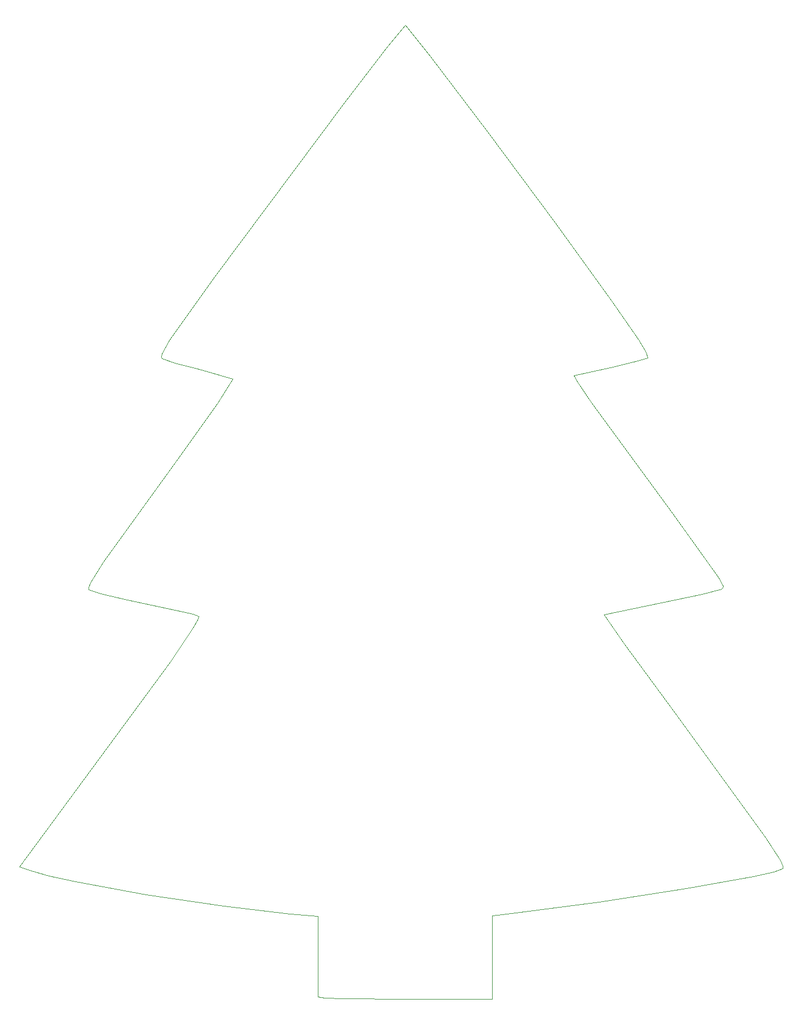
<source format=gm1>
G04 #@! TF.FileFunction,Profile,NP*
%FSLAX46Y46*%
G04 Gerber Fmt 4.6, Leading zero omitted, Abs format (unit mm)*
G04 Created by KiCad (PCBNEW 4.0.7) date Sunday, November 19, 2023 'AMt' 11:29:43 AM*
%MOMM*%
%LPD*%
G01*
G04 APERTURE LIST*
%ADD10C,0.020000*%
%ADD11C,0.100000*%
G04 APERTURE END LIST*
D10*
D11*
X135398686Y-163239989D02*
X135398686Y-163239989D01*
X136403453Y-163385880D02*
X135398686Y-163239989D01*
X139183017Y-163505359D02*
X136403453Y-163385880D01*
X148364761Y-163615741D02*
X139183017Y-163505359D01*
X161390024Y-163615741D02*
X148364761Y-163615741D01*
X161390024Y-157384232D02*
X161390024Y-163615741D01*
X161390024Y-151152707D02*
X161390024Y-157384232D01*
X163519203Y-150900147D02*
X161390024Y-151152707D01*
X177269411Y-149090056D02*
X163519203Y-150900147D01*
X190349526Y-147079379D02*
X177269411Y-149090056D01*
X200300911Y-145275340D02*
X190349526Y-147079379D01*
X203335005Y-144578067D02*
X200300911Y-145275340D01*
X204664928Y-144085164D02*
X203335005Y-144578067D01*
X204709578Y-143723434D02*
X204664928Y-144085164D01*
X204375192Y-142936554D02*
X204709578Y-143723434D01*
X202155927Y-139490849D02*
X204375192Y-142936554D01*
X188621673Y-120936151D02*
X202155927Y-139490849D01*
X181068414Y-110634382D02*
X188621673Y-120936151D01*
X178017478Y-106282119D02*
X181068414Y-110634382D01*
X186554963Y-104492080D02*
X178017478Y-106282119D01*
X192645617Y-103204019D02*
X186554963Y-104492080D01*
X195518294Y-102458495D02*
X192645617Y-103204019D01*
X195724720Y-102305481D02*
X195518294Y-102458495D01*
X195787080Y-102064746D02*
X195724720Y-102305481D01*
X195130376Y-100780586D02*
X195787080Y-102064746D01*
X188246653Y-91224822D02*
X195130376Y-100780586D01*
X176185654Y-74662357D02*
X188246653Y-91224822D01*
X174025426Y-71553441D02*
X176185654Y-74662357D01*
X173547189Y-70634637D02*
X174025426Y-71553441D01*
X178962410Y-69388192D02*
X173547189Y-70634637D01*
X182767057Y-68534441D02*
X178962410Y-69388192D01*
X184581359Y-67960798D02*
X182767057Y-68534441D01*
X184277574Y-67172335D02*
X184581359Y-67960798D01*
X183157059Y-65302135D02*
X184277574Y-67172335D01*
X179175399Y-59435466D02*
X183157059Y-65302135D01*
X170741281Y-47835564D02*
X179175399Y-59435466D01*
X160670480Y-34281884D02*
X170741281Y-47835564D01*
X152151642Y-23029377D02*
X160670480Y-34281884D01*
X148373413Y-18332997D02*
X152151642Y-23029377D01*
X145737473Y-21495781D02*
X148373413Y-18332997D01*
X139299854Y-29897154D02*
X145737473Y-21495781D01*
X119954130Y-55893779D02*
X139299854Y-29897154D01*
X113199395Y-65385245D02*
X119954130Y-55893779D01*
X112081173Y-67353627D02*
X113199395Y-65385245D01*
X111957988Y-67842767D02*
X112081173Y-67353627D01*
X112076330Y-68077794D02*
X111957988Y-67842767D01*
X114018958Y-68725540D02*
X112076330Y-68077794D01*
X117626990Y-69688327D02*
X114018958Y-68725540D01*
X122679520Y-71133802D02*
X117626990Y-69688327D01*
X120359180Y-74744296D02*
X122679520Y-71133802D01*
X114417598Y-83061923D02*
X120359180Y-74744296D01*
X103396992Y-98411659D02*
X114417598Y-83061923D01*
X101445208Y-101484224D02*
X103396992Y-98411659D01*
X101121932Y-102217876D02*
X101445208Y-101484224D01*
X101143443Y-102548990D02*
X101121932Y-102217876D01*
X102969482Y-103130397D02*
X101143443Y-102548990D01*
X106889031Y-104090478D02*
X102969482Y-103130397D01*
X115186265Y-105799085D02*
X106889031Y-104090478D01*
X116764198Y-106143861D02*
X115186265Y-105799085D01*
X117552431Y-106500760D02*
X116764198Y-106143861D01*
X117427259Y-107016320D02*
X117552431Y-106500760D01*
X116737493Y-108230492D02*
X117427259Y-107016320D01*
X113315513Y-113245931D02*
X116737493Y-108230492D01*
X95861141Y-137064028D02*
X113315513Y-113245931D01*
X90848431Y-143827238D02*
X95861141Y-137064028D01*
X92633686Y-144454786D02*
X90848431Y-143827238D01*
X95227457Y-145177371D02*
X92633686Y-144454786D01*
X99177433Y-146042609D02*
X95227457Y-145177371D01*
X109706630Y-147961444D02*
X99177433Y-146042609D01*
X121342525Y-149732106D02*
X109706630Y-147961444D01*
X131206369Y-150875406D02*
X121342525Y-149732106D01*
X135339367Y-151220763D02*
X131206369Y-150875406D01*
X135398686Y-157042542D02*
X135339367Y-151220763D01*
X135398686Y-163239989D02*
X135398686Y-157042542D01*
M02*

</source>
